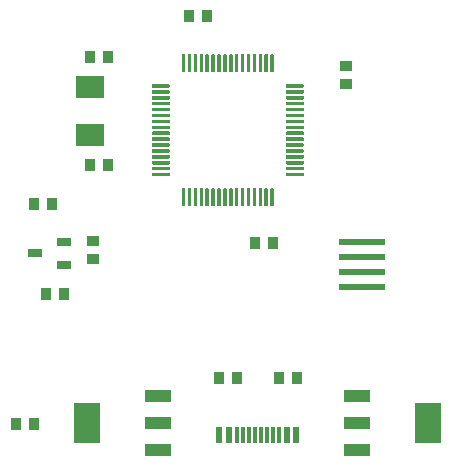
<source format=gbr>
%TF.GenerationSoftware,KiCad,Pcbnew,(5.1.8)-1*%
%TF.CreationDate,2021-05-15T14:33:14+08:00*%
%TF.ProjectId,ccd_with_stm32,6363645f-7769-4746-985f-73746d33322e,rev?*%
%TF.SameCoordinates,Original*%
%TF.FileFunction,Paste,Top*%
%TF.FilePolarity,Positive*%
%FSLAX46Y46*%
G04 Gerber Fmt 4.6, Leading zero omitted, Abs format (unit mm)*
G04 Created by KiCad (PCBNEW (5.1.8)-1) date 2021-05-15 14:33:14*
%MOMM*%
%LPD*%
G01*
G04 APERTURE LIST*
%ADD10R,2.400000X1.900000*%
%ADD11R,2.200000X1.000000*%
%ADD12R,2.200000X3.500000*%
%ADD13R,0.600000X1.450000*%
%ADD14R,0.300000X1.450000*%
%ADD15R,1.250000X0.700000*%
%ADD16R,0.930000X0.980000*%
%ADD17R,0.980000X0.930000*%
%ADD18R,4.000000X0.600000*%
G04 APERTURE END LIST*
%TO.C,U1*%
G36*
G01*
X100240000Y-109960000D02*
X100240000Y-108560000D01*
G75*
G02*
X100315000Y-108485000I75000J0D01*
G01*
X100465000Y-108485000D01*
G75*
G02*
X100540000Y-108560000I0J-75000D01*
G01*
X100540000Y-109960000D01*
G75*
G02*
X100465000Y-110035000I-75000J0D01*
G01*
X100315000Y-110035000D01*
G75*
G02*
X100240000Y-109960000I0J75000D01*
G01*
G37*
G36*
G01*
X100740000Y-109960000D02*
X100740000Y-108560000D01*
G75*
G02*
X100815000Y-108485000I75000J0D01*
G01*
X100965000Y-108485000D01*
G75*
G02*
X101040000Y-108560000I0J-75000D01*
G01*
X101040000Y-109960000D01*
G75*
G02*
X100965000Y-110035000I-75000J0D01*
G01*
X100815000Y-110035000D01*
G75*
G02*
X100740000Y-109960000I0J75000D01*
G01*
G37*
G36*
G01*
X101240000Y-109960000D02*
X101240000Y-108560000D01*
G75*
G02*
X101315000Y-108485000I75000J0D01*
G01*
X101465000Y-108485000D01*
G75*
G02*
X101540000Y-108560000I0J-75000D01*
G01*
X101540000Y-109960000D01*
G75*
G02*
X101465000Y-110035000I-75000J0D01*
G01*
X101315000Y-110035000D01*
G75*
G02*
X101240000Y-109960000I0J75000D01*
G01*
G37*
G36*
G01*
X101740000Y-109960000D02*
X101740000Y-108560000D01*
G75*
G02*
X101815000Y-108485000I75000J0D01*
G01*
X101965000Y-108485000D01*
G75*
G02*
X102040000Y-108560000I0J-75000D01*
G01*
X102040000Y-109960000D01*
G75*
G02*
X101965000Y-110035000I-75000J0D01*
G01*
X101815000Y-110035000D01*
G75*
G02*
X101740000Y-109960000I0J75000D01*
G01*
G37*
G36*
G01*
X102240000Y-109960000D02*
X102240000Y-108560000D01*
G75*
G02*
X102315000Y-108485000I75000J0D01*
G01*
X102465000Y-108485000D01*
G75*
G02*
X102540000Y-108560000I0J-75000D01*
G01*
X102540000Y-109960000D01*
G75*
G02*
X102465000Y-110035000I-75000J0D01*
G01*
X102315000Y-110035000D01*
G75*
G02*
X102240000Y-109960000I0J75000D01*
G01*
G37*
G36*
G01*
X102740000Y-109960000D02*
X102740000Y-108560000D01*
G75*
G02*
X102815000Y-108485000I75000J0D01*
G01*
X102965000Y-108485000D01*
G75*
G02*
X103040000Y-108560000I0J-75000D01*
G01*
X103040000Y-109960000D01*
G75*
G02*
X102965000Y-110035000I-75000J0D01*
G01*
X102815000Y-110035000D01*
G75*
G02*
X102740000Y-109960000I0J75000D01*
G01*
G37*
G36*
G01*
X103240000Y-109960000D02*
X103240000Y-108560000D01*
G75*
G02*
X103315000Y-108485000I75000J0D01*
G01*
X103465000Y-108485000D01*
G75*
G02*
X103540000Y-108560000I0J-75000D01*
G01*
X103540000Y-109960000D01*
G75*
G02*
X103465000Y-110035000I-75000J0D01*
G01*
X103315000Y-110035000D01*
G75*
G02*
X103240000Y-109960000I0J75000D01*
G01*
G37*
G36*
G01*
X103740000Y-109960000D02*
X103740000Y-108560000D01*
G75*
G02*
X103815000Y-108485000I75000J0D01*
G01*
X103965000Y-108485000D01*
G75*
G02*
X104040000Y-108560000I0J-75000D01*
G01*
X104040000Y-109960000D01*
G75*
G02*
X103965000Y-110035000I-75000J0D01*
G01*
X103815000Y-110035000D01*
G75*
G02*
X103740000Y-109960000I0J75000D01*
G01*
G37*
G36*
G01*
X104240000Y-109960000D02*
X104240000Y-108560000D01*
G75*
G02*
X104315000Y-108485000I75000J0D01*
G01*
X104465000Y-108485000D01*
G75*
G02*
X104540000Y-108560000I0J-75000D01*
G01*
X104540000Y-109960000D01*
G75*
G02*
X104465000Y-110035000I-75000J0D01*
G01*
X104315000Y-110035000D01*
G75*
G02*
X104240000Y-109960000I0J75000D01*
G01*
G37*
G36*
G01*
X104740000Y-109960000D02*
X104740000Y-108560000D01*
G75*
G02*
X104815000Y-108485000I75000J0D01*
G01*
X104965000Y-108485000D01*
G75*
G02*
X105040000Y-108560000I0J-75000D01*
G01*
X105040000Y-109960000D01*
G75*
G02*
X104965000Y-110035000I-75000J0D01*
G01*
X104815000Y-110035000D01*
G75*
G02*
X104740000Y-109960000I0J75000D01*
G01*
G37*
G36*
G01*
X105240000Y-109960000D02*
X105240000Y-108560000D01*
G75*
G02*
X105315000Y-108485000I75000J0D01*
G01*
X105465000Y-108485000D01*
G75*
G02*
X105540000Y-108560000I0J-75000D01*
G01*
X105540000Y-109960000D01*
G75*
G02*
X105465000Y-110035000I-75000J0D01*
G01*
X105315000Y-110035000D01*
G75*
G02*
X105240000Y-109960000I0J75000D01*
G01*
G37*
G36*
G01*
X105740000Y-109960000D02*
X105740000Y-108560000D01*
G75*
G02*
X105815000Y-108485000I75000J0D01*
G01*
X105965000Y-108485000D01*
G75*
G02*
X106040000Y-108560000I0J-75000D01*
G01*
X106040000Y-109960000D01*
G75*
G02*
X105965000Y-110035000I-75000J0D01*
G01*
X105815000Y-110035000D01*
G75*
G02*
X105740000Y-109960000I0J75000D01*
G01*
G37*
G36*
G01*
X106240000Y-109960000D02*
X106240000Y-108560000D01*
G75*
G02*
X106315000Y-108485000I75000J0D01*
G01*
X106465000Y-108485000D01*
G75*
G02*
X106540000Y-108560000I0J-75000D01*
G01*
X106540000Y-109960000D01*
G75*
G02*
X106465000Y-110035000I-75000J0D01*
G01*
X106315000Y-110035000D01*
G75*
G02*
X106240000Y-109960000I0J75000D01*
G01*
G37*
G36*
G01*
X106740000Y-109960000D02*
X106740000Y-108560000D01*
G75*
G02*
X106815000Y-108485000I75000J0D01*
G01*
X106965000Y-108485000D01*
G75*
G02*
X107040000Y-108560000I0J-75000D01*
G01*
X107040000Y-109960000D01*
G75*
G02*
X106965000Y-110035000I-75000J0D01*
G01*
X106815000Y-110035000D01*
G75*
G02*
X106740000Y-109960000I0J75000D01*
G01*
G37*
G36*
G01*
X107240000Y-109960000D02*
X107240000Y-108560000D01*
G75*
G02*
X107315000Y-108485000I75000J0D01*
G01*
X107465000Y-108485000D01*
G75*
G02*
X107540000Y-108560000I0J-75000D01*
G01*
X107540000Y-109960000D01*
G75*
G02*
X107465000Y-110035000I-75000J0D01*
G01*
X107315000Y-110035000D01*
G75*
G02*
X107240000Y-109960000I0J75000D01*
G01*
G37*
G36*
G01*
X107740000Y-109960000D02*
X107740000Y-108560000D01*
G75*
G02*
X107815000Y-108485000I75000J0D01*
G01*
X107965000Y-108485000D01*
G75*
G02*
X108040000Y-108560000I0J-75000D01*
G01*
X108040000Y-109960000D01*
G75*
G02*
X107965000Y-110035000I-75000J0D01*
G01*
X107815000Y-110035000D01*
G75*
G02*
X107740000Y-109960000I0J75000D01*
G01*
G37*
G36*
G01*
X109040000Y-111260000D02*
X109040000Y-111110000D01*
G75*
G02*
X109115000Y-111035000I75000J0D01*
G01*
X110515000Y-111035000D01*
G75*
G02*
X110590000Y-111110000I0J-75000D01*
G01*
X110590000Y-111260000D01*
G75*
G02*
X110515000Y-111335000I-75000J0D01*
G01*
X109115000Y-111335000D01*
G75*
G02*
X109040000Y-111260000I0J75000D01*
G01*
G37*
G36*
G01*
X109040000Y-111760000D02*
X109040000Y-111610000D01*
G75*
G02*
X109115000Y-111535000I75000J0D01*
G01*
X110515000Y-111535000D01*
G75*
G02*
X110590000Y-111610000I0J-75000D01*
G01*
X110590000Y-111760000D01*
G75*
G02*
X110515000Y-111835000I-75000J0D01*
G01*
X109115000Y-111835000D01*
G75*
G02*
X109040000Y-111760000I0J75000D01*
G01*
G37*
G36*
G01*
X109040000Y-112260000D02*
X109040000Y-112110000D01*
G75*
G02*
X109115000Y-112035000I75000J0D01*
G01*
X110515000Y-112035000D01*
G75*
G02*
X110590000Y-112110000I0J-75000D01*
G01*
X110590000Y-112260000D01*
G75*
G02*
X110515000Y-112335000I-75000J0D01*
G01*
X109115000Y-112335000D01*
G75*
G02*
X109040000Y-112260000I0J75000D01*
G01*
G37*
G36*
G01*
X109040000Y-112760000D02*
X109040000Y-112610000D01*
G75*
G02*
X109115000Y-112535000I75000J0D01*
G01*
X110515000Y-112535000D01*
G75*
G02*
X110590000Y-112610000I0J-75000D01*
G01*
X110590000Y-112760000D01*
G75*
G02*
X110515000Y-112835000I-75000J0D01*
G01*
X109115000Y-112835000D01*
G75*
G02*
X109040000Y-112760000I0J75000D01*
G01*
G37*
G36*
G01*
X109040000Y-113260000D02*
X109040000Y-113110000D01*
G75*
G02*
X109115000Y-113035000I75000J0D01*
G01*
X110515000Y-113035000D01*
G75*
G02*
X110590000Y-113110000I0J-75000D01*
G01*
X110590000Y-113260000D01*
G75*
G02*
X110515000Y-113335000I-75000J0D01*
G01*
X109115000Y-113335000D01*
G75*
G02*
X109040000Y-113260000I0J75000D01*
G01*
G37*
G36*
G01*
X109040000Y-113760000D02*
X109040000Y-113610000D01*
G75*
G02*
X109115000Y-113535000I75000J0D01*
G01*
X110515000Y-113535000D01*
G75*
G02*
X110590000Y-113610000I0J-75000D01*
G01*
X110590000Y-113760000D01*
G75*
G02*
X110515000Y-113835000I-75000J0D01*
G01*
X109115000Y-113835000D01*
G75*
G02*
X109040000Y-113760000I0J75000D01*
G01*
G37*
G36*
G01*
X109040000Y-114260000D02*
X109040000Y-114110000D01*
G75*
G02*
X109115000Y-114035000I75000J0D01*
G01*
X110515000Y-114035000D01*
G75*
G02*
X110590000Y-114110000I0J-75000D01*
G01*
X110590000Y-114260000D01*
G75*
G02*
X110515000Y-114335000I-75000J0D01*
G01*
X109115000Y-114335000D01*
G75*
G02*
X109040000Y-114260000I0J75000D01*
G01*
G37*
G36*
G01*
X109040000Y-114760000D02*
X109040000Y-114610000D01*
G75*
G02*
X109115000Y-114535000I75000J0D01*
G01*
X110515000Y-114535000D01*
G75*
G02*
X110590000Y-114610000I0J-75000D01*
G01*
X110590000Y-114760000D01*
G75*
G02*
X110515000Y-114835000I-75000J0D01*
G01*
X109115000Y-114835000D01*
G75*
G02*
X109040000Y-114760000I0J75000D01*
G01*
G37*
G36*
G01*
X109040000Y-115260000D02*
X109040000Y-115110000D01*
G75*
G02*
X109115000Y-115035000I75000J0D01*
G01*
X110515000Y-115035000D01*
G75*
G02*
X110590000Y-115110000I0J-75000D01*
G01*
X110590000Y-115260000D01*
G75*
G02*
X110515000Y-115335000I-75000J0D01*
G01*
X109115000Y-115335000D01*
G75*
G02*
X109040000Y-115260000I0J75000D01*
G01*
G37*
G36*
G01*
X109040000Y-115760000D02*
X109040000Y-115610000D01*
G75*
G02*
X109115000Y-115535000I75000J0D01*
G01*
X110515000Y-115535000D01*
G75*
G02*
X110590000Y-115610000I0J-75000D01*
G01*
X110590000Y-115760000D01*
G75*
G02*
X110515000Y-115835000I-75000J0D01*
G01*
X109115000Y-115835000D01*
G75*
G02*
X109040000Y-115760000I0J75000D01*
G01*
G37*
G36*
G01*
X109040000Y-116260000D02*
X109040000Y-116110000D01*
G75*
G02*
X109115000Y-116035000I75000J0D01*
G01*
X110515000Y-116035000D01*
G75*
G02*
X110590000Y-116110000I0J-75000D01*
G01*
X110590000Y-116260000D01*
G75*
G02*
X110515000Y-116335000I-75000J0D01*
G01*
X109115000Y-116335000D01*
G75*
G02*
X109040000Y-116260000I0J75000D01*
G01*
G37*
G36*
G01*
X109040000Y-116760000D02*
X109040000Y-116610000D01*
G75*
G02*
X109115000Y-116535000I75000J0D01*
G01*
X110515000Y-116535000D01*
G75*
G02*
X110590000Y-116610000I0J-75000D01*
G01*
X110590000Y-116760000D01*
G75*
G02*
X110515000Y-116835000I-75000J0D01*
G01*
X109115000Y-116835000D01*
G75*
G02*
X109040000Y-116760000I0J75000D01*
G01*
G37*
G36*
G01*
X109040000Y-117260000D02*
X109040000Y-117110000D01*
G75*
G02*
X109115000Y-117035000I75000J0D01*
G01*
X110515000Y-117035000D01*
G75*
G02*
X110590000Y-117110000I0J-75000D01*
G01*
X110590000Y-117260000D01*
G75*
G02*
X110515000Y-117335000I-75000J0D01*
G01*
X109115000Y-117335000D01*
G75*
G02*
X109040000Y-117260000I0J75000D01*
G01*
G37*
G36*
G01*
X109040000Y-117760000D02*
X109040000Y-117610000D01*
G75*
G02*
X109115000Y-117535000I75000J0D01*
G01*
X110515000Y-117535000D01*
G75*
G02*
X110590000Y-117610000I0J-75000D01*
G01*
X110590000Y-117760000D01*
G75*
G02*
X110515000Y-117835000I-75000J0D01*
G01*
X109115000Y-117835000D01*
G75*
G02*
X109040000Y-117760000I0J75000D01*
G01*
G37*
G36*
G01*
X109040000Y-118260000D02*
X109040000Y-118110000D01*
G75*
G02*
X109115000Y-118035000I75000J0D01*
G01*
X110515000Y-118035000D01*
G75*
G02*
X110590000Y-118110000I0J-75000D01*
G01*
X110590000Y-118260000D01*
G75*
G02*
X110515000Y-118335000I-75000J0D01*
G01*
X109115000Y-118335000D01*
G75*
G02*
X109040000Y-118260000I0J75000D01*
G01*
G37*
G36*
G01*
X109040000Y-118760000D02*
X109040000Y-118610000D01*
G75*
G02*
X109115000Y-118535000I75000J0D01*
G01*
X110515000Y-118535000D01*
G75*
G02*
X110590000Y-118610000I0J-75000D01*
G01*
X110590000Y-118760000D01*
G75*
G02*
X110515000Y-118835000I-75000J0D01*
G01*
X109115000Y-118835000D01*
G75*
G02*
X109040000Y-118760000I0J75000D01*
G01*
G37*
G36*
G01*
X107740000Y-121310000D02*
X107740000Y-119910000D01*
G75*
G02*
X107815000Y-119835000I75000J0D01*
G01*
X107965000Y-119835000D01*
G75*
G02*
X108040000Y-119910000I0J-75000D01*
G01*
X108040000Y-121310000D01*
G75*
G02*
X107965000Y-121385000I-75000J0D01*
G01*
X107815000Y-121385000D01*
G75*
G02*
X107740000Y-121310000I0J75000D01*
G01*
G37*
G36*
G01*
X107240000Y-121310000D02*
X107240000Y-119910000D01*
G75*
G02*
X107315000Y-119835000I75000J0D01*
G01*
X107465000Y-119835000D01*
G75*
G02*
X107540000Y-119910000I0J-75000D01*
G01*
X107540000Y-121310000D01*
G75*
G02*
X107465000Y-121385000I-75000J0D01*
G01*
X107315000Y-121385000D01*
G75*
G02*
X107240000Y-121310000I0J75000D01*
G01*
G37*
G36*
G01*
X106740000Y-121310000D02*
X106740000Y-119910000D01*
G75*
G02*
X106815000Y-119835000I75000J0D01*
G01*
X106965000Y-119835000D01*
G75*
G02*
X107040000Y-119910000I0J-75000D01*
G01*
X107040000Y-121310000D01*
G75*
G02*
X106965000Y-121385000I-75000J0D01*
G01*
X106815000Y-121385000D01*
G75*
G02*
X106740000Y-121310000I0J75000D01*
G01*
G37*
G36*
G01*
X106240000Y-121310000D02*
X106240000Y-119910000D01*
G75*
G02*
X106315000Y-119835000I75000J0D01*
G01*
X106465000Y-119835000D01*
G75*
G02*
X106540000Y-119910000I0J-75000D01*
G01*
X106540000Y-121310000D01*
G75*
G02*
X106465000Y-121385000I-75000J0D01*
G01*
X106315000Y-121385000D01*
G75*
G02*
X106240000Y-121310000I0J75000D01*
G01*
G37*
G36*
G01*
X105740000Y-121310000D02*
X105740000Y-119910000D01*
G75*
G02*
X105815000Y-119835000I75000J0D01*
G01*
X105965000Y-119835000D01*
G75*
G02*
X106040000Y-119910000I0J-75000D01*
G01*
X106040000Y-121310000D01*
G75*
G02*
X105965000Y-121385000I-75000J0D01*
G01*
X105815000Y-121385000D01*
G75*
G02*
X105740000Y-121310000I0J75000D01*
G01*
G37*
G36*
G01*
X105240000Y-121310000D02*
X105240000Y-119910000D01*
G75*
G02*
X105315000Y-119835000I75000J0D01*
G01*
X105465000Y-119835000D01*
G75*
G02*
X105540000Y-119910000I0J-75000D01*
G01*
X105540000Y-121310000D01*
G75*
G02*
X105465000Y-121385000I-75000J0D01*
G01*
X105315000Y-121385000D01*
G75*
G02*
X105240000Y-121310000I0J75000D01*
G01*
G37*
G36*
G01*
X104740000Y-121310000D02*
X104740000Y-119910000D01*
G75*
G02*
X104815000Y-119835000I75000J0D01*
G01*
X104965000Y-119835000D01*
G75*
G02*
X105040000Y-119910000I0J-75000D01*
G01*
X105040000Y-121310000D01*
G75*
G02*
X104965000Y-121385000I-75000J0D01*
G01*
X104815000Y-121385000D01*
G75*
G02*
X104740000Y-121310000I0J75000D01*
G01*
G37*
G36*
G01*
X104240000Y-121310000D02*
X104240000Y-119910000D01*
G75*
G02*
X104315000Y-119835000I75000J0D01*
G01*
X104465000Y-119835000D01*
G75*
G02*
X104540000Y-119910000I0J-75000D01*
G01*
X104540000Y-121310000D01*
G75*
G02*
X104465000Y-121385000I-75000J0D01*
G01*
X104315000Y-121385000D01*
G75*
G02*
X104240000Y-121310000I0J75000D01*
G01*
G37*
G36*
G01*
X103740000Y-121310000D02*
X103740000Y-119910000D01*
G75*
G02*
X103815000Y-119835000I75000J0D01*
G01*
X103965000Y-119835000D01*
G75*
G02*
X104040000Y-119910000I0J-75000D01*
G01*
X104040000Y-121310000D01*
G75*
G02*
X103965000Y-121385000I-75000J0D01*
G01*
X103815000Y-121385000D01*
G75*
G02*
X103740000Y-121310000I0J75000D01*
G01*
G37*
G36*
G01*
X103240000Y-121310000D02*
X103240000Y-119910000D01*
G75*
G02*
X103315000Y-119835000I75000J0D01*
G01*
X103465000Y-119835000D01*
G75*
G02*
X103540000Y-119910000I0J-75000D01*
G01*
X103540000Y-121310000D01*
G75*
G02*
X103465000Y-121385000I-75000J0D01*
G01*
X103315000Y-121385000D01*
G75*
G02*
X103240000Y-121310000I0J75000D01*
G01*
G37*
G36*
G01*
X102740000Y-121310000D02*
X102740000Y-119910000D01*
G75*
G02*
X102815000Y-119835000I75000J0D01*
G01*
X102965000Y-119835000D01*
G75*
G02*
X103040000Y-119910000I0J-75000D01*
G01*
X103040000Y-121310000D01*
G75*
G02*
X102965000Y-121385000I-75000J0D01*
G01*
X102815000Y-121385000D01*
G75*
G02*
X102740000Y-121310000I0J75000D01*
G01*
G37*
G36*
G01*
X102240000Y-121310000D02*
X102240000Y-119910000D01*
G75*
G02*
X102315000Y-119835000I75000J0D01*
G01*
X102465000Y-119835000D01*
G75*
G02*
X102540000Y-119910000I0J-75000D01*
G01*
X102540000Y-121310000D01*
G75*
G02*
X102465000Y-121385000I-75000J0D01*
G01*
X102315000Y-121385000D01*
G75*
G02*
X102240000Y-121310000I0J75000D01*
G01*
G37*
G36*
G01*
X101740000Y-121310000D02*
X101740000Y-119910000D01*
G75*
G02*
X101815000Y-119835000I75000J0D01*
G01*
X101965000Y-119835000D01*
G75*
G02*
X102040000Y-119910000I0J-75000D01*
G01*
X102040000Y-121310000D01*
G75*
G02*
X101965000Y-121385000I-75000J0D01*
G01*
X101815000Y-121385000D01*
G75*
G02*
X101740000Y-121310000I0J75000D01*
G01*
G37*
G36*
G01*
X101240000Y-121310000D02*
X101240000Y-119910000D01*
G75*
G02*
X101315000Y-119835000I75000J0D01*
G01*
X101465000Y-119835000D01*
G75*
G02*
X101540000Y-119910000I0J-75000D01*
G01*
X101540000Y-121310000D01*
G75*
G02*
X101465000Y-121385000I-75000J0D01*
G01*
X101315000Y-121385000D01*
G75*
G02*
X101240000Y-121310000I0J75000D01*
G01*
G37*
G36*
G01*
X100740000Y-121310000D02*
X100740000Y-119910000D01*
G75*
G02*
X100815000Y-119835000I75000J0D01*
G01*
X100965000Y-119835000D01*
G75*
G02*
X101040000Y-119910000I0J-75000D01*
G01*
X101040000Y-121310000D01*
G75*
G02*
X100965000Y-121385000I-75000J0D01*
G01*
X100815000Y-121385000D01*
G75*
G02*
X100740000Y-121310000I0J75000D01*
G01*
G37*
G36*
G01*
X100240000Y-121310000D02*
X100240000Y-119910000D01*
G75*
G02*
X100315000Y-119835000I75000J0D01*
G01*
X100465000Y-119835000D01*
G75*
G02*
X100540000Y-119910000I0J-75000D01*
G01*
X100540000Y-121310000D01*
G75*
G02*
X100465000Y-121385000I-75000J0D01*
G01*
X100315000Y-121385000D01*
G75*
G02*
X100240000Y-121310000I0J75000D01*
G01*
G37*
G36*
G01*
X97690000Y-118760000D02*
X97690000Y-118610000D01*
G75*
G02*
X97765000Y-118535000I75000J0D01*
G01*
X99165000Y-118535000D01*
G75*
G02*
X99240000Y-118610000I0J-75000D01*
G01*
X99240000Y-118760000D01*
G75*
G02*
X99165000Y-118835000I-75000J0D01*
G01*
X97765000Y-118835000D01*
G75*
G02*
X97690000Y-118760000I0J75000D01*
G01*
G37*
G36*
G01*
X97690000Y-118260000D02*
X97690000Y-118110000D01*
G75*
G02*
X97765000Y-118035000I75000J0D01*
G01*
X99165000Y-118035000D01*
G75*
G02*
X99240000Y-118110000I0J-75000D01*
G01*
X99240000Y-118260000D01*
G75*
G02*
X99165000Y-118335000I-75000J0D01*
G01*
X97765000Y-118335000D01*
G75*
G02*
X97690000Y-118260000I0J75000D01*
G01*
G37*
G36*
G01*
X97690000Y-117760000D02*
X97690000Y-117610000D01*
G75*
G02*
X97765000Y-117535000I75000J0D01*
G01*
X99165000Y-117535000D01*
G75*
G02*
X99240000Y-117610000I0J-75000D01*
G01*
X99240000Y-117760000D01*
G75*
G02*
X99165000Y-117835000I-75000J0D01*
G01*
X97765000Y-117835000D01*
G75*
G02*
X97690000Y-117760000I0J75000D01*
G01*
G37*
G36*
G01*
X97690000Y-117260000D02*
X97690000Y-117110000D01*
G75*
G02*
X97765000Y-117035000I75000J0D01*
G01*
X99165000Y-117035000D01*
G75*
G02*
X99240000Y-117110000I0J-75000D01*
G01*
X99240000Y-117260000D01*
G75*
G02*
X99165000Y-117335000I-75000J0D01*
G01*
X97765000Y-117335000D01*
G75*
G02*
X97690000Y-117260000I0J75000D01*
G01*
G37*
G36*
G01*
X97690000Y-116760000D02*
X97690000Y-116610000D01*
G75*
G02*
X97765000Y-116535000I75000J0D01*
G01*
X99165000Y-116535000D01*
G75*
G02*
X99240000Y-116610000I0J-75000D01*
G01*
X99240000Y-116760000D01*
G75*
G02*
X99165000Y-116835000I-75000J0D01*
G01*
X97765000Y-116835000D01*
G75*
G02*
X97690000Y-116760000I0J75000D01*
G01*
G37*
G36*
G01*
X97690000Y-116260000D02*
X97690000Y-116110000D01*
G75*
G02*
X97765000Y-116035000I75000J0D01*
G01*
X99165000Y-116035000D01*
G75*
G02*
X99240000Y-116110000I0J-75000D01*
G01*
X99240000Y-116260000D01*
G75*
G02*
X99165000Y-116335000I-75000J0D01*
G01*
X97765000Y-116335000D01*
G75*
G02*
X97690000Y-116260000I0J75000D01*
G01*
G37*
G36*
G01*
X97690000Y-115760000D02*
X97690000Y-115610000D01*
G75*
G02*
X97765000Y-115535000I75000J0D01*
G01*
X99165000Y-115535000D01*
G75*
G02*
X99240000Y-115610000I0J-75000D01*
G01*
X99240000Y-115760000D01*
G75*
G02*
X99165000Y-115835000I-75000J0D01*
G01*
X97765000Y-115835000D01*
G75*
G02*
X97690000Y-115760000I0J75000D01*
G01*
G37*
G36*
G01*
X97690000Y-115260000D02*
X97690000Y-115110000D01*
G75*
G02*
X97765000Y-115035000I75000J0D01*
G01*
X99165000Y-115035000D01*
G75*
G02*
X99240000Y-115110000I0J-75000D01*
G01*
X99240000Y-115260000D01*
G75*
G02*
X99165000Y-115335000I-75000J0D01*
G01*
X97765000Y-115335000D01*
G75*
G02*
X97690000Y-115260000I0J75000D01*
G01*
G37*
G36*
G01*
X97690000Y-114760000D02*
X97690000Y-114610000D01*
G75*
G02*
X97765000Y-114535000I75000J0D01*
G01*
X99165000Y-114535000D01*
G75*
G02*
X99240000Y-114610000I0J-75000D01*
G01*
X99240000Y-114760000D01*
G75*
G02*
X99165000Y-114835000I-75000J0D01*
G01*
X97765000Y-114835000D01*
G75*
G02*
X97690000Y-114760000I0J75000D01*
G01*
G37*
G36*
G01*
X97690000Y-114260000D02*
X97690000Y-114110000D01*
G75*
G02*
X97765000Y-114035000I75000J0D01*
G01*
X99165000Y-114035000D01*
G75*
G02*
X99240000Y-114110000I0J-75000D01*
G01*
X99240000Y-114260000D01*
G75*
G02*
X99165000Y-114335000I-75000J0D01*
G01*
X97765000Y-114335000D01*
G75*
G02*
X97690000Y-114260000I0J75000D01*
G01*
G37*
G36*
G01*
X97690000Y-113760000D02*
X97690000Y-113610000D01*
G75*
G02*
X97765000Y-113535000I75000J0D01*
G01*
X99165000Y-113535000D01*
G75*
G02*
X99240000Y-113610000I0J-75000D01*
G01*
X99240000Y-113760000D01*
G75*
G02*
X99165000Y-113835000I-75000J0D01*
G01*
X97765000Y-113835000D01*
G75*
G02*
X97690000Y-113760000I0J75000D01*
G01*
G37*
G36*
G01*
X97690000Y-113260000D02*
X97690000Y-113110000D01*
G75*
G02*
X97765000Y-113035000I75000J0D01*
G01*
X99165000Y-113035000D01*
G75*
G02*
X99240000Y-113110000I0J-75000D01*
G01*
X99240000Y-113260000D01*
G75*
G02*
X99165000Y-113335000I-75000J0D01*
G01*
X97765000Y-113335000D01*
G75*
G02*
X97690000Y-113260000I0J75000D01*
G01*
G37*
G36*
G01*
X97690000Y-112760000D02*
X97690000Y-112610000D01*
G75*
G02*
X97765000Y-112535000I75000J0D01*
G01*
X99165000Y-112535000D01*
G75*
G02*
X99240000Y-112610000I0J-75000D01*
G01*
X99240000Y-112760000D01*
G75*
G02*
X99165000Y-112835000I-75000J0D01*
G01*
X97765000Y-112835000D01*
G75*
G02*
X97690000Y-112760000I0J75000D01*
G01*
G37*
G36*
G01*
X97690000Y-112260000D02*
X97690000Y-112110000D01*
G75*
G02*
X97765000Y-112035000I75000J0D01*
G01*
X99165000Y-112035000D01*
G75*
G02*
X99240000Y-112110000I0J-75000D01*
G01*
X99240000Y-112260000D01*
G75*
G02*
X99165000Y-112335000I-75000J0D01*
G01*
X97765000Y-112335000D01*
G75*
G02*
X97690000Y-112260000I0J75000D01*
G01*
G37*
G36*
G01*
X97690000Y-111760000D02*
X97690000Y-111610000D01*
G75*
G02*
X97765000Y-111535000I75000J0D01*
G01*
X99165000Y-111535000D01*
G75*
G02*
X99240000Y-111610000I0J-75000D01*
G01*
X99240000Y-111760000D01*
G75*
G02*
X99165000Y-111835000I-75000J0D01*
G01*
X97765000Y-111835000D01*
G75*
G02*
X97690000Y-111760000I0J75000D01*
G01*
G37*
G36*
G01*
X97690000Y-111260000D02*
X97690000Y-111110000D01*
G75*
G02*
X97765000Y-111035000I75000J0D01*
G01*
X99165000Y-111035000D01*
G75*
G02*
X99240000Y-111110000I0J-75000D01*
G01*
X99240000Y-111260000D01*
G75*
G02*
X99165000Y-111335000I-75000J0D01*
G01*
X97765000Y-111335000D01*
G75*
G02*
X97690000Y-111260000I0J75000D01*
G01*
G37*
%TD*%
D10*
%TO.C,Y1*%
X92456000Y-111234000D03*
X92456000Y-115334000D03*
%TD*%
D11*
%TO.C,VR2*%
X98250000Y-137400000D03*
D12*
X92250000Y-139700000D03*
D11*
X98250000Y-139700000D03*
X98250000Y-142000000D03*
%TD*%
%TO.C,VR1*%
X115110000Y-142000000D03*
D12*
X121110000Y-139700000D03*
D11*
X115110000Y-139700000D03*
X115110000Y-137400000D03*
%TD*%
D13*
%TO.C,U4*%
X109930000Y-140735000D03*
X109130000Y-140735000D03*
X104230000Y-140735000D03*
X103430000Y-140735000D03*
X103430000Y-140735000D03*
X104230000Y-140735000D03*
X109130000Y-140735000D03*
X109930000Y-140735000D03*
D14*
X104930000Y-140735000D03*
X105430000Y-140735000D03*
X105930000Y-140735000D03*
X106930000Y-140735000D03*
X107430000Y-140735000D03*
X107930000Y-140735000D03*
X108430000Y-140735000D03*
X106430000Y-140735000D03*
%TD*%
D15*
%TO.C,U3*%
X87777000Y-125349000D03*
X90277000Y-124399000D03*
X90277000Y-126299000D03*
%TD*%
D16*
%TO.C,R8*%
X103370000Y-135890000D03*
X104910000Y-135890000D03*
%TD*%
%TO.C,R7*%
X89289000Y-121158000D03*
X87749000Y-121158000D03*
%TD*%
D17*
%TO.C,R6*%
X92710000Y-124325000D03*
X92710000Y-125865000D03*
%TD*%
D16*
%TO.C,R5*%
X90305000Y-128778000D03*
X88765000Y-128778000D03*
%TD*%
%TO.C,R4*%
X108450000Y-135890000D03*
X109990000Y-135890000D03*
%TD*%
%TO.C,R1*%
X102370000Y-105283000D03*
X100830000Y-105283000D03*
%TD*%
D18*
%TO.C,j1*%
X115515600Y-128216660D03*
X115515600Y-126946660D03*
X115515600Y-125676660D03*
X115515600Y-124406660D03*
%TD*%
D16*
%TO.C,C16*%
X86225000Y-139827000D03*
X87765000Y-139827000D03*
%TD*%
D17*
%TO.C,C10*%
X114173000Y-111006000D03*
X114173000Y-109466000D03*
%TD*%
D16*
%TO.C,C7*%
X106418000Y-124460000D03*
X107958000Y-124460000D03*
%TD*%
%TO.C,C4*%
X92448000Y-117856000D03*
X93988000Y-117856000D03*
%TD*%
%TO.C,C3*%
X92448000Y-108712000D03*
X93988000Y-108712000D03*
%TD*%
M02*

</source>
